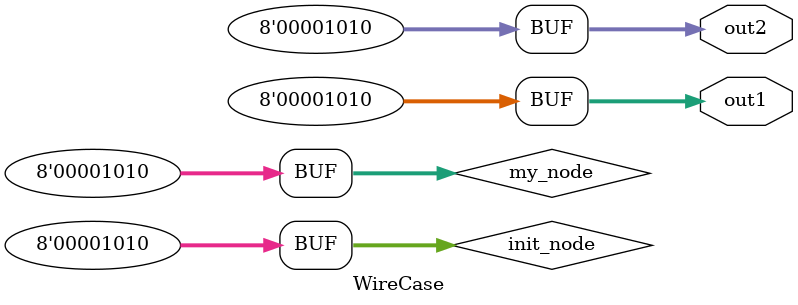
<source format=v>
module WireCase (
  output [7:0] out1,
  output [7:0] out2
);
  wire [7:0] my_node;
  wire [7:0] init_node;
  assign out1 = my_node;
  assign out2 = init_node;
  assign my_node = 8'ha;
  assign init_node = 8'ha;
endmodule

</source>
